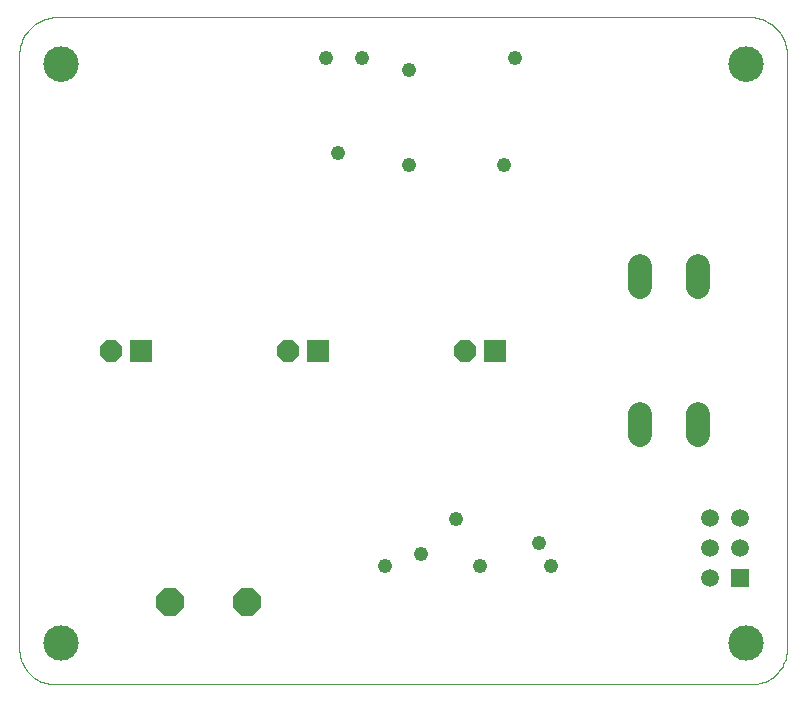
<source format=gts>
G04 EAGLE Gerber RS-274X export*
G75*
%MOIN*%
%FSLAX34Y34*%
%LPD*%
%INTop solder mask*%
%IPPOS*%
%AMOC8*
5,1,8,0,0,1.08239X$1,22.5*%
G01*
%ADD10C,0.000000*%
%ADD11C,0.118236*%
%ADD12R,0.074000X0.074000*%
%ADD13P,0.080097X8X22.500000*%
%ADD14C,0.078500*%
%ADD15P,0.100662X8X22.500000*%
%ADD16R,0.059496X0.059496*%
%ADD17C,0.059496*%
%ADD18C,0.047622*%


D10*
X1181Y0D02*
X24409Y0D01*
X25591Y1181D02*
X25591Y20866D01*
X24409Y22244D02*
X1181Y22244D01*
X0Y20866D02*
X0Y1181D01*
X2Y1115D01*
X7Y1049D01*
X17Y983D01*
X30Y918D01*
X46Y854D01*
X66Y791D01*
X90Y729D01*
X117Y669D01*
X147Y610D01*
X181Y553D01*
X218Y498D01*
X258Y445D01*
X300Y394D01*
X346Y346D01*
X394Y300D01*
X445Y258D01*
X498Y218D01*
X553Y181D01*
X610Y147D01*
X669Y117D01*
X729Y90D01*
X791Y66D01*
X854Y46D01*
X918Y30D01*
X983Y17D01*
X1049Y7D01*
X1115Y2D01*
X1181Y0D01*
X24409Y0D02*
X24475Y2D01*
X24541Y7D01*
X24607Y17D01*
X24672Y30D01*
X24736Y46D01*
X24799Y66D01*
X24861Y90D01*
X24921Y117D01*
X24980Y147D01*
X25037Y181D01*
X25092Y218D01*
X25145Y258D01*
X25196Y300D01*
X25244Y346D01*
X25290Y394D01*
X25332Y445D01*
X25372Y498D01*
X25409Y553D01*
X25443Y610D01*
X25473Y669D01*
X25500Y729D01*
X25524Y791D01*
X25544Y854D01*
X25560Y918D01*
X25573Y983D01*
X25583Y1049D01*
X25588Y1115D01*
X25590Y1181D01*
X25590Y20867D02*
X25594Y20936D01*
X25593Y21005D01*
X25589Y21075D01*
X25581Y21144D01*
X25570Y21212D01*
X25555Y21280D01*
X25536Y21347D01*
X25513Y21413D01*
X25487Y21477D01*
X25458Y21540D01*
X25425Y21601D01*
X25389Y21661D01*
X25350Y21718D01*
X25307Y21773D01*
X25262Y21826D01*
X25214Y21876D01*
X25163Y21924D01*
X25110Y21969D01*
X25055Y22010D01*
X24997Y22049D01*
X24937Y22085D01*
X24876Y22117D01*
X24813Y22146D01*
X24748Y22171D01*
X24682Y22193D01*
X24615Y22211D01*
X24547Y22226D01*
X24479Y22237D01*
X24409Y22244D01*
X1182Y22244D02*
X1112Y22237D01*
X1044Y22226D01*
X976Y22211D01*
X909Y22193D01*
X843Y22171D01*
X778Y22146D01*
X715Y22117D01*
X654Y22085D01*
X594Y22049D01*
X536Y22010D01*
X481Y21969D01*
X428Y21924D01*
X377Y21876D01*
X329Y21826D01*
X284Y21773D01*
X241Y21718D01*
X202Y21661D01*
X166Y21601D01*
X133Y21540D01*
X104Y21477D01*
X78Y21413D01*
X55Y21347D01*
X36Y21280D01*
X21Y21212D01*
X10Y21144D01*
X2Y21075D01*
X-2Y21005D01*
X-3Y20936D01*
X1Y20867D01*
X827Y20669D02*
X829Y20716D01*
X835Y20762D01*
X845Y20808D01*
X858Y20853D01*
X876Y20896D01*
X897Y20938D01*
X921Y20978D01*
X949Y21015D01*
X980Y21050D01*
X1014Y21083D01*
X1050Y21112D01*
X1089Y21138D01*
X1130Y21161D01*
X1173Y21180D01*
X1217Y21196D01*
X1262Y21208D01*
X1308Y21216D01*
X1355Y21220D01*
X1401Y21220D01*
X1448Y21216D01*
X1494Y21208D01*
X1539Y21196D01*
X1583Y21180D01*
X1626Y21161D01*
X1667Y21138D01*
X1706Y21112D01*
X1742Y21083D01*
X1776Y21050D01*
X1807Y21015D01*
X1835Y20978D01*
X1859Y20938D01*
X1880Y20896D01*
X1898Y20853D01*
X1911Y20808D01*
X1921Y20762D01*
X1927Y20716D01*
X1929Y20669D01*
X1927Y20622D01*
X1921Y20576D01*
X1911Y20530D01*
X1898Y20485D01*
X1880Y20442D01*
X1859Y20400D01*
X1835Y20360D01*
X1807Y20323D01*
X1776Y20288D01*
X1742Y20255D01*
X1706Y20226D01*
X1667Y20200D01*
X1626Y20177D01*
X1583Y20158D01*
X1539Y20142D01*
X1494Y20130D01*
X1448Y20122D01*
X1401Y20118D01*
X1355Y20118D01*
X1308Y20122D01*
X1262Y20130D01*
X1217Y20142D01*
X1173Y20158D01*
X1130Y20177D01*
X1089Y20200D01*
X1050Y20226D01*
X1014Y20255D01*
X980Y20288D01*
X949Y20323D01*
X921Y20360D01*
X897Y20400D01*
X876Y20442D01*
X858Y20485D01*
X845Y20530D01*
X835Y20576D01*
X829Y20622D01*
X827Y20669D01*
D11*
X1378Y20669D03*
D10*
X23662Y20669D02*
X23664Y20716D01*
X23670Y20762D01*
X23680Y20808D01*
X23693Y20853D01*
X23711Y20896D01*
X23732Y20938D01*
X23756Y20978D01*
X23784Y21015D01*
X23815Y21050D01*
X23849Y21083D01*
X23885Y21112D01*
X23924Y21138D01*
X23965Y21161D01*
X24008Y21180D01*
X24052Y21196D01*
X24097Y21208D01*
X24143Y21216D01*
X24190Y21220D01*
X24236Y21220D01*
X24283Y21216D01*
X24329Y21208D01*
X24374Y21196D01*
X24418Y21180D01*
X24461Y21161D01*
X24502Y21138D01*
X24541Y21112D01*
X24577Y21083D01*
X24611Y21050D01*
X24642Y21015D01*
X24670Y20978D01*
X24694Y20938D01*
X24715Y20896D01*
X24733Y20853D01*
X24746Y20808D01*
X24756Y20762D01*
X24762Y20716D01*
X24764Y20669D01*
X24762Y20622D01*
X24756Y20576D01*
X24746Y20530D01*
X24733Y20485D01*
X24715Y20442D01*
X24694Y20400D01*
X24670Y20360D01*
X24642Y20323D01*
X24611Y20288D01*
X24577Y20255D01*
X24541Y20226D01*
X24502Y20200D01*
X24461Y20177D01*
X24418Y20158D01*
X24374Y20142D01*
X24329Y20130D01*
X24283Y20122D01*
X24236Y20118D01*
X24190Y20118D01*
X24143Y20122D01*
X24097Y20130D01*
X24052Y20142D01*
X24008Y20158D01*
X23965Y20177D01*
X23924Y20200D01*
X23885Y20226D01*
X23849Y20255D01*
X23815Y20288D01*
X23784Y20323D01*
X23756Y20360D01*
X23732Y20400D01*
X23711Y20442D01*
X23693Y20485D01*
X23680Y20530D01*
X23670Y20576D01*
X23664Y20622D01*
X23662Y20669D01*
D11*
X24213Y20669D03*
D10*
X827Y1378D02*
X829Y1425D01*
X835Y1471D01*
X845Y1517D01*
X858Y1562D01*
X876Y1605D01*
X897Y1647D01*
X921Y1687D01*
X949Y1724D01*
X980Y1759D01*
X1014Y1792D01*
X1050Y1821D01*
X1089Y1847D01*
X1130Y1870D01*
X1173Y1889D01*
X1217Y1905D01*
X1262Y1917D01*
X1308Y1925D01*
X1355Y1929D01*
X1401Y1929D01*
X1448Y1925D01*
X1494Y1917D01*
X1539Y1905D01*
X1583Y1889D01*
X1626Y1870D01*
X1667Y1847D01*
X1706Y1821D01*
X1742Y1792D01*
X1776Y1759D01*
X1807Y1724D01*
X1835Y1687D01*
X1859Y1647D01*
X1880Y1605D01*
X1898Y1562D01*
X1911Y1517D01*
X1921Y1471D01*
X1927Y1425D01*
X1929Y1378D01*
X1927Y1331D01*
X1921Y1285D01*
X1911Y1239D01*
X1898Y1194D01*
X1880Y1151D01*
X1859Y1109D01*
X1835Y1069D01*
X1807Y1032D01*
X1776Y997D01*
X1742Y964D01*
X1706Y935D01*
X1667Y909D01*
X1626Y886D01*
X1583Y867D01*
X1539Y851D01*
X1494Y839D01*
X1448Y831D01*
X1401Y827D01*
X1355Y827D01*
X1308Y831D01*
X1262Y839D01*
X1217Y851D01*
X1173Y867D01*
X1130Y886D01*
X1089Y909D01*
X1050Y935D01*
X1014Y964D01*
X980Y997D01*
X949Y1032D01*
X921Y1069D01*
X897Y1109D01*
X876Y1151D01*
X858Y1194D01*
X845Y1239D01*
X835Y1285D01*
X829Y1331D01*
X827Y1378D01*
D11*
X1378Y1378D03*
D10*
X23662Y1378D02*
X23664Y1425D01*
X23670Y1471D01*
X23680Y1517D01*
X23693Y1562D01*
X23711Y1605D01*
X23732Y1647D01*
X23756Y1687D01*
X23784Y1724D01*
X23815Y1759D01*
X23849Y1792D01*
X23885Y1821D01*
X23924Y1847D01*
X23965Y1870D01*
X24008Y1889D01*
X24052Y1905D01*
X24097Y1917D01*
X24143Y1925D01*
X24190Y1929D01*
X24236Y1929D01*
X24283Y1925D01*
X24329Y1917D01*
X24374Y1905D01*
X24418Y1889D01*
X24461Y1870D01*
X24502Y1847D01*
X24541Y1821D01*
X24577Y1792D01*
X24611Y1759D01*
X24642Y1724D01*
X24670Y1687D01*
X24694Y1647D01*
X24715Y1605D01*
X24733Y1562D01*
X24746Y1517D01*
X24756Y1471D01*
X24762Y1425D01*
X24764Y1378D01*
X24762Y1331D01*
X24756Y1285D01*
X24746Y1239D01*
X24733Y1194D01*
X24715Y1151D01*
X24694Y1109D01*
X24670Y1069D01*
X24642Y1032D01*
X24611Y997D01*
X24577Y964D01*
X24541Y935D01*
X24502Y909D01*
X24461Y886D01*
X24418Y867D01*
X24374Y851D01*
X24329Y839D01*
X24283Y831D01*
X24236Y827D01*
X24190Y827D01*
X24143Y831D01*
X24097Y839D01*
X24052Y851D01*
X24008Y867D01*
X23965Y886D01*
X23924Y909D01*
X23885Y935D01*
X23849Y964D01*
X23815Y997D01*
X23784Y1032D01*
X23756Y1069D01*
X23732Y1109D01*
X23711Y1151D01*
X23693Y1194D01*
X23680Y1239D01*
X23670Y1285D01*
X23664Y1331D01*
X23662Y1378D01*
D11*
X24213Y1378D03*
D12*
X4043Y11122D03*
D13*
X3043Y11122D03*
D12*
X9949Y11122D03*
D13*
X8949Y11122D03*
D12*
X15854Y11122D03*
D13*
X14854Y11122D03*
D14*
X22634Y9015D02*
X22634Y8310D01*
X22634Y13230D02*
X22634Y13935D01*
X20674Y9015D02*
X20674Y8310D01*
X20674Y13230D02*
X20674Y13935D01*
D15*
X7579Y2756D03*
X5019Y2756D03*
D16*
X24016Y3543D03*
D17*
X24016Y4543D03*
X24016Y5543D03*
X23016Y5543D03*
X23016Y4543D03*
X23016Y3543D03*
D18*
X10630Y17717D03*
X10236Y20866D03*
X12992Y17323D03*
X11417Y20866D03*
X12992Y20472D03*
X12205Y3937D03*
X16142Y17323D03*
X17323Y4724D03*
X17717Y3937D03*
X15354Y3937D03*
X13386Y4331D03*
X14567Y5512D03*
X16535Y20866D03*
M02*

</source>
